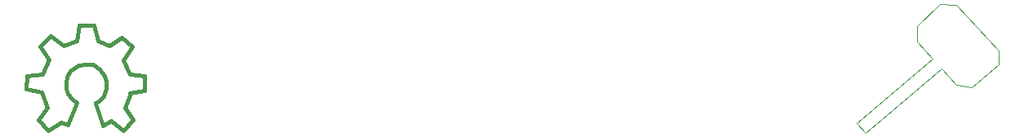
<source format=gbr>
G04 #@! TF.FileFunction,Drawing*
%FSLAX46Y46*%
G04 Gerber Fmt 4.6, Leading zero omitted, Abs format (unit mm)*
G04 Created by KiCad (PCBNEW 4.0.2-4+6225~38~ubuntu15.10.1-stable) date vie 04 mar 2016 15:33:29 CET*
%MOMM*%
G01*
G04 APERTURE LIST*
%ADD10C,0.100000*%
%ADD11C,0.381000*%
G04 APERTURE END LIST*
D10*
X199365192Y-127873248D02*
X199365192Y-127873248D01*
X203789355Y-132659119D02*
X199365192Y-127873248D01*
X203756162Y-134070343D02*
X203789355Y-132659119D01*
X200968758Y-136424189D02*
X203756162Y-134070343D01*
X199367929Y-136181873D02*
X200968758Y-136424189D01*
X197847170Y-134502086D02*
X199367929Y-136181873D01*
X189939757Y-141212004D02*
X197847170Y-134502086D01*
X189052330Y-140166089D02*
X189939757Y-141212004D01*
X196925779Y-133484308D02*
X189052330Y-140166089D01*
X195277961Y-131664624D02*
X196925779Y-133484308D01*
X195272035Y-130072242D02*
X195277961Y-131664624D01*
X197662814Y-127781799D02*
X195272035Y-130072242D01*
X199365190Y-127873248D02*
X197662814Y-127781799D01*
D11*
X108120180Y-138041380D02*
X107619800Y-137640060D01*
X107619800Y-137640060D02*
X107221020Y-137139680D01*
X107221020Y-137139680D02*
X107020360Y-136639300D01*
X107020360Y-136639300D02*
X107020360Y-135940800D01*
X107020360Y-135940800D02*
X107121960Y-135341360D01*
X107121960Y-135341360D02*
X107520740Y-134739380D01*
X107520740Y-134739380D02*
X108320840Y-134139940D01*
X108320840Y-134139940D02*
X109120940Y-134040880D01*
X109120940Y-134040880D02*
X109821980Y-134040880D01*
X109821980Y-134040880D02*
X110520480Y-134541260D01*
X110520480Y-134541260D02*
X111020860Y-135239760D01*
X111020860Y-135239760D02*
X111221520Y-135839200D01*
X111221520Y-135839200D02*
X111221520Y-136540240D01*
X111221520Y-136540240D02*
X110921800Y-137340340D01*
X110921800Y-137340340D02*
X110421420Y-137840720D01*
X110421420Y-137840720D02*
X110121700Y-138041380D01*
X110121700Y-138140440D02*
X110871000Y-140390880D01*
X110871000Y-140390880D02*
X111721900Y-139941300D01*
X111721900Y-139941300D02*
X113019840Y-140939520D01*
X113019840Y-140939520D02*
X114020600Y-139839700D01*
X114020600Y-139839700D02*
X113121440Y-138539220D01*
X113121440Y-138539220D02*
X113621820Y-137241280D01*
X113621820Y-137241280D02*
X113621820Y-137040620D01*
X113621820Y-137040620D02*
X115222020Y-136740900D01*
X115222020Y-136740900D02*
X115222020Y-135239760D01*
X115222020Y-135239760D02*
X113621820Y-135041640D01*
X113621820Y-135041640D02*
X113019840Y-133639560D01*
X113019840Y-133639560D02*
X113921540Y-132240020D01*
X113921540Y-132240020D02*
X112821720Y-131239260D01*
X112821720Y-131239260D02*
X111521240Y-132140960D01*
X111521240Y-132140960D02*
X110319820Y-131640580D01*
X110319820Y-131640580D02*
X109921040Y-130040380D01*
X109921040Y-130040380D02*
X108419900Y-130040380D01*
X108419900Y-130040380D02*
X108120180Y-131640580D01*
X108120180Y-131640580D02*
X106819700Y-132140960D01*
X106819700Y-132140960D02*
X105420160Y-131140200D01*
X105420160Y-131140200D02*
X104320340Y-132240020D01*
X104320340Y-132240020D02*
X105321100Y-133540500D01*
X105321100Y-133540500D02*
X104620060Y-135041640D01*
X104620060Y-135041640D02*
X103019860Y-135239760D01*
X103019860Y-135239760D02*
X102920800Y-136639300D01*
X102920800Y-136639300D02*
X104521000Y-136941560D01*
X104521000Y-136941560D02*
X105120440Y-138539220D01*
X105120440Y-138539220D02*
X104221280Y-139839700D01*
X104221280Y-139839700D02*
X105222040Y-140939520D01*
X105222040Y-140939520D02*
X106519980Y-140040360D01*
X106519980Y-140040360D02*
X107221020Y-140340080D01*
X107221020Y-140340080D02*
X108120180Y-138041380D01*
M02*

</source>
